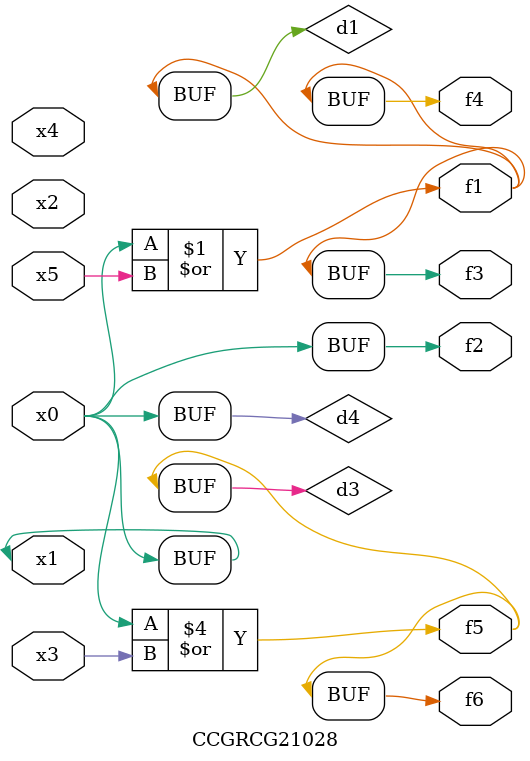
<source format=v>
module CCGRCG21028(
	input x0, x1, x2, x3, x4, x5,
	output f1, f2, f3, f4, f5, f6
);

	wire d1, d2, d3, d4;

	or (d1, x0, x5);
	xnor (d2, x1, x4);
	or (d3, x0, x3);
	buf (d4, x0, x1);
	assign f1 = d1;
	assign f2 = d4;
	assign f3 = d1;
	assign f4 = d1;
	assign f5 = d3;
	assign f6 = d3;
endmodule

</source>
